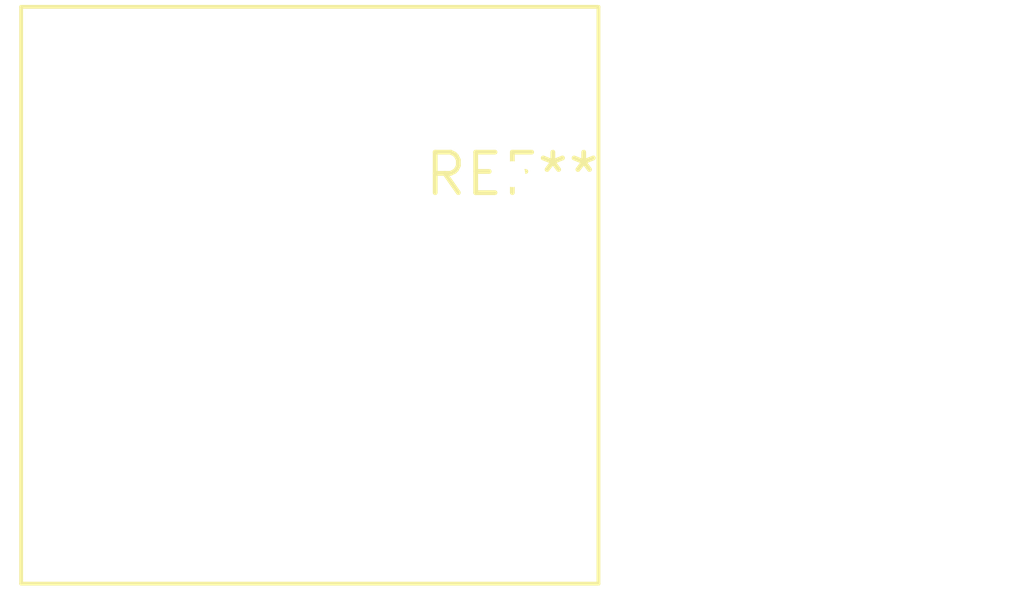
<source format=kicad_pcb>
(kicad_pcb (version 20240108) (generator pcbnew)
  (layers (0 "F.Cu" signal) (31 "B.Cu" signal) (34 "B.Paste" user) (35 "F.Paste" user) (36 "B.SilkS" user "B.Silkscreen") (37 "F.SilkS" user "F.Silkscreen") (38 "B.Mask" user) (39 "F.Mask" user) (44 "Edge.Cuts" user))
  (net 0 "")
  (footprint "Transformer_NF_ETAL_1-1_P1200" (layer "F.Cu") (at 0 0)
    (property "Reference" "REF**")
    (property "Value" "Transformer_NF_ETAL_1-1_P1200")
    (fp_line (start -15.4 -5.25) (end 2.7 -5.25) (layer "F.SilkS") (stroke (width 0.12)))
    (fp_line (start -15.4 12.85) (end -15.4 -5.25) (layer "F.SilkS") (stroke (width 0.12)))
    (fp_line (start 2.7 -5.25) (end 2.7 12.85) (layer "F.SilkS") (stroke (width 0.12)))
    (fp_line (start 2.7 12.85) (end -15.4 12.85) (layer "F.SilkS") (stroke (width 0.12)))
    (pad "1" thru_hole rect (at 0 0) (size 1.52 1.52) (drill 0.81) (layers *.Cu *.Mask) (remove_unused_layers))
    (pad "3" thru_hole circle (at 0 7.62) (size 1.52 1.52) (drill 0.81) (layers *.Cu *.Mask) (remove_unused_layers))
    (pad "4" thru_hole circle (at -12.7 7.62) (size 1.52 1.52) (drill 0.81) (layers *.Cu *.Mask) (remove_unused_layers))
    (pad "6" thru_hole circle (at -12.7 0) (size 1.52 1.52) (drill 0.81) (layers *.Cu *.Mask) (remove_unused_layers))
  )
)
</source>
